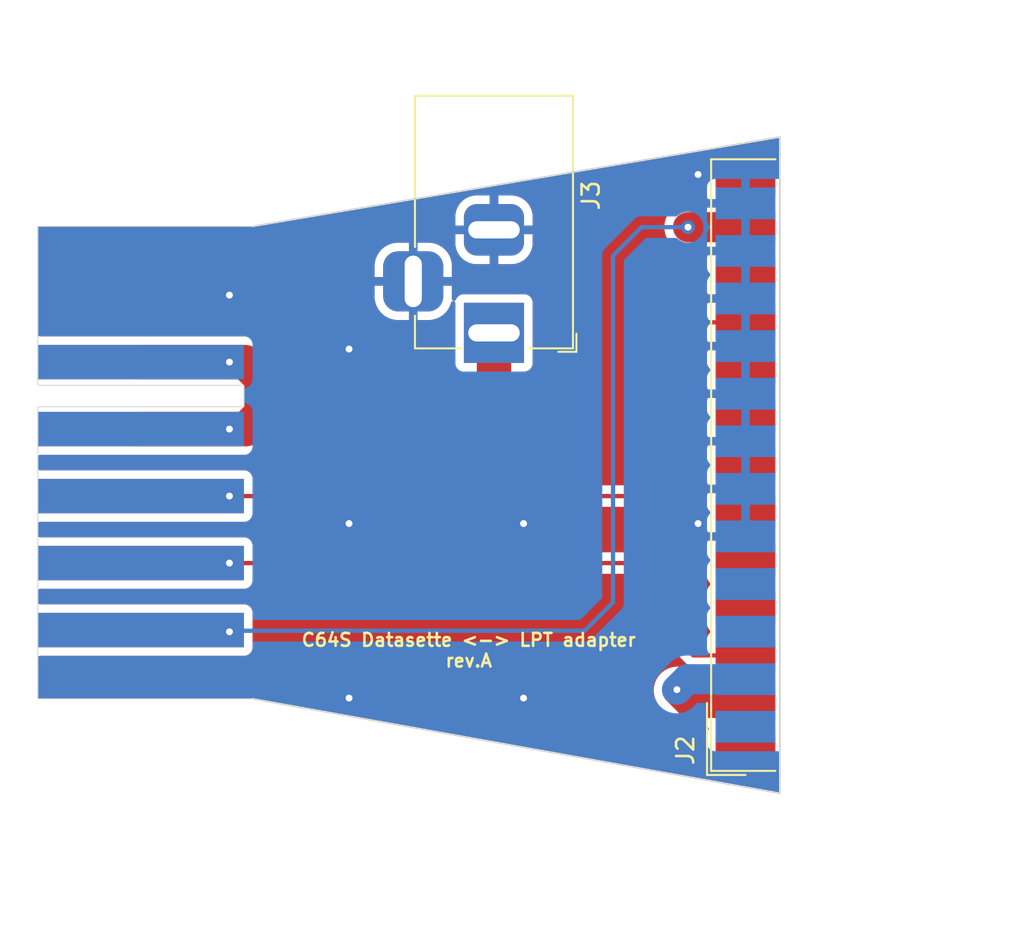
<source format=kicad_pcb>
(kicad_pcb (version 20221018) (generator pcbnew)
  (layers (0 "F.Cu" signal) (31 "B.Cu" signal) (34 "B.Paste" user) (35 "F.Paste" user) (36 "B.SilkS" user "B.Silkscreen") (37 "F.SilkS" user "F.Silkscreen") (38 "B.Mask" user) (39 "F.Mask" user) (44 "Edge.Cuts" user))
  (net 0 "")
  (net 2 "Net-(J1-Read)")
  (net 9 "Net-(J1-Write)")
  (net 11 "Net-(J1-Sense)")
  (net 16 "GND")
  (net 17 "+5V")
  (net 18 "Net-(J2-P15)")
  (footprint "Connector_Dsub:DSUB-25_Male_EdgeMount_P2.77mm" (layer "F.Cu") (at 165.0425 97.895 90)
    (fp_text reference "J2" (at -16.605 -3.5 90) (layer "F.SilkS"))
    (fp_text value "DB25_Plug" hide)
    (fp_line (start -18.043333 -2.24) (end -13.85 -2.24) (stroke (width 0.12)) (layer "F.SilkS"))
    (fp_line (start -18.043333 0) (end -18.043333 -2.24) (stroke (width 0.12)) (layer "F.SilkS"))
    (fp_line (start -17.803333 -2) (end -17.803333 1.74) (stroke (width 0.12)) (layer "F.SilkS"))
    (fp_line (start 17.803333 -2) (end -17.803333 -2) (stroke (width 0.12)) (layer "F.SilkS"))
    (fp_line (start 17.803333 1.74) (end 17.803333 -2) (stroke (width 0.12)) (layer "F.SilkS"))
    (pad "1" smd rect (at -16.62 0 90) (size 1.846667 3.48) (layers "F.Cu" "F.Paste" "F.Mask"))
    (pad "2" smd rect (at -13.85 0 90) (size 1.846667 3.48) (layers "F.Cu" "F.Paste" "F.Mask") (net 18 "Net-(J2-P15)"))
    (pad "3" smd rect (at -11.08 0 90) (size 1.846667 3.48) (layers "F.Cu" "F.Paste" "F.Mask") (net 9 "Net-(J1-Write)"))
    (pad "4" smd rect (at -8.31 0 90) (size 1.846667 3.48) (layers "F.Cu" "F.Paste" "F.Mask"))
    (pad "5" smd rect (at -5.54 0 90) (size 1.846667 3.48) (layers "F.Cu" "F.Paste" "F.Mask"))
    (pad "6" smd rect (at -2.77 0 90) (size 1.846667 3.48) (layers "F.Cu" "F.Paste" "F.Mask"))
    (pad "7" smd rect (at 0 0 90) (size 1.846667 3.48) (layers "F.Cu" "F.Paste" "F.Mask"))
    (pad "8" smd rect (at 2.77 0 90) (size 1.846667 3.48) (layers "F.Cu" "F.Paste" "F.Mask"))
    (pad "9" smd rect (at 5.54 0 90) (size 1.846667 3.48) (layers "F.Cu" "F.Paste" "F.Mask"))
    (pad "10" smd rect (at 8.31 0 90) (size 1.846667 3.48) (layers "F.Cu" "F.Paste" "F.Mask") (net 2 "Net-(J1-Read)"))
    (pad "11" smd rect (at 11.08 0 90) (size 1.846667 3.48) (layers "F.Cu" "F.Paste" "F.Mask"))
    (pad "12" smd rect (at 13.85 0 90) (size 1.846667 3.48) (layers "F.Cu" "F.Paste" "F.Mask") (net 11 "Net-(J1-Sense)"))
    (pad "13" smd rect (at 16.62 0 90) (size 1.846667 3.48) (layers "F.Cu" "F.Paste" "F.Mask"))
    (pad "14" smd rect (at -15.235 0 90) (size 1.846667 3.48) (layers "B.Cu" "B.Paste" "B.Mask"))
    (pad "15" smd rect (at -12.465 0 90) (size 1.846667 3.48) (layers "B.Cu" "B.Paste" "B.Mask") (net 18 "Net-(J2-P15)"))
    (pad "16" smd rect (at -9.695 0 90) (size 1.846667 3.48) (layers "B.Cu" "B.Paste" "B.Mask"))
    (pad "17" smd rect (at -6.925 0 90) (size 1.846667 3.48) (layers "B.Cu" "B.Paste" "B.Mask"))
    (pad "18" smd rect (at -4.155 0 90) (size 1.846667 3.48) (layers "B.Cu" "B.Paste" "B.Mask") (net 16 "GND"))
    (pad "19" smd rect (at -1.385 0 90) (size 1.846667 3.48) (layers "B.Cu" "B.Paste" "B.Mask") (net 16 "GND"))
    (pad "20" smd rect (at 1.385 0 90) (size 1.846667 3.48) (layers "B.Cu" "B.Paste" "B.Mask") (net 16 "GND"))
    (pad "21" smd rect (at 4.155 0 90) (size 1.846667 3.48) (layers "B.Cu" "B.Paste" "B.Mask") (net 16 "GND"))
    (pad "22" smd rect (at 6.925 0 90) (size 1.846667 3.48) (layers "B.Cu" "B.Paste" "B.Mask") (net 16 "GND"))
    (pad "23" smd rect (at 9.695 0 90) (size 1.846667 3.48) (layers "B.Cu" "B.Paste" "B.Mask") (net 16 "GND"))
    (pad "24" smd rect (at 12.465 0 90) (size 1.846667 3.48) (layers "B.Cu" "B.Paste" "B.Mask") (net 16 "GND"))
    (pad "25" smd rect (at 15.235 0 90) (size 1.846667 3.48) (layers "B.Cu" "B.Paste" "B.Mask") (net 16 "GND"))
  )
  (footprint "Connector_BarrelJack:BarrelJack_Horizontal" (layer "F.Cu") (at 150.4 90.2 -90)
    (fp_text reference "J3" (at -8 -5.6425 90) (layer "F.SilkS"))
    (fp_text value "Barrel_Jack_Switch" hide)
    (fp_line (start -13.8 -4.6) (end 0.9 -4.6) (stroke (width 0.12)) (layer "F.SilkS"))
    (fp_line (start -13.8 4.6) (end -13.8 -4.6) (stroke (width 0.12)) (layer "F.SilkS"))
    (fp_line (start -5 4.6) (end -13.8 4.6) (stroke (width 0.12)) (layer "F.SilkS"))
    (fp_line (start 0.05 -4.8) (end 1.1 -4.8) (stroke (width 0.12)) (layer "F.SilkS"))
    (fp_line (start 0.9 -4.6) (end 0.9 -2) (stroke (width 0.12)) (layer "F.SilkS"))
    (fp_line (start 0.9 1.9) (end 0.9 4.6) (stroke (width 0.12)) (layer "F.SilkS"))
    (fp_line (start 0.9 4.6) (end -1 4.6) (stroke (width 0.12)) (layer "F.SilkS"))
    (fp_line (start 1.1 -3.75) (end 1.1 -4.8) (stroke (width 0.12)) (layer "F.SilkS"))
    (pad "1" thru_hole rect (at 0 0 270) (size 3.5 3.5) (drill oval 1 3) (layers "*.Cu" "*.Mask") (net 17 "+5V"))
    (pad "2" thru_hole roundrect (at -6 0 270) (size 3 3.5) (drill oval 1 3) (layers "*.Cu" "*.Mask") (net 16 "GND"))
    (pad "3" thru_hole roundrect (at -3 4.7 270) (size 3.5 3.5) (drill oval 3 1) (layers "*.Cu" "*.Mask") (net 16 "GND"))
  )
  (footprint "C64_Datasette_Connector:C64_Datasette_Connector" (layer "B.Cu") (at 123.8425 84 -90)
    (fp_text reference "J1" hide)
    (fp_text value "DATASETTE PORT" hide)
    (fp_line (start 0 -12.5) (end 0 0) (stroke (width 0.05)) (layer "Edge.Cuts"))
    (fp_line (start 0 0) (end 9.25 0) (stroke (width 0.05)) (layer "Edge.Cuts"))
    (fp_line (start 9.25 -12) (end 10.5 -12) (stroke (width 0.05)) (layer "Edge.Cuts"))
    (fp_line (start 9.25 -7.5) (end 9.25 -12) (stroke (width 0.05)) (layer "Edge.Cuts"))
    (fp_line (start 9.25 0) (end 9.25 -7.5) (stroke (width 0.05)) (layer "Edge.Cuts"))
    (fp_line (start 10.5 -7.5) (end 10.5 -12) (stroke (width 0.05)) (layer "Edge.Cuts"))
    (fp_line (start 10.5 -7.5) (end 10.5 0) (stroke (width 0.05)) (layer "Edge.Cuts"))
    (fp_line (start 10.5 0) (end 27.5 0) (stroke (width 0.05)) (layer "Edge.Cuts"))
    (fp_line (start 27.5 0) (end 27.5 -12.5) (stroke (width 0.05)) (layer "Edge.Cuts"))
    (pad "1" connect rect (at 4 -6 270) (size 2 12) (layers "*.Mask" "F.Cu") (net 16 "GND"))
    (pad "1" connect rect (at 4 -6 90) (size 2 12) (layers "*.Mask" "F.Cu") (net 16 "GND"))
    (pad "2" connect rect (at 7.9 -6 90) (size 2 12) (layers "*.Mask" "F.Cu") (net 17 "+5V"))
    (pad "2" connect rect (at 7.9 -6 270) (size 2 12) (layers "*.Mask" "B.Cu") (net 17 "+5V"))
    (pad "3" connect rect (at 11.8 -6 90) (size 2 12) (layers "*.Mask" "F.Cu") (net 17 "+5V"))
    (pad "3" connect rect (at 11.8 -6 270) (size 2 12) (layers "*.Mask" "B.Cu") (net 17 "+5V"))
    (pad "4" connect rect (at 15.7 -6 90) (size 2 12) (layers "*.Mask" "F.Cu") (net 2 "Net-(J1-Read)"))
    (pad "4" connect rect (at 15.7 -6 270) (size 2 12) (layers "*.Mask" "B.Cu") (net 2 "Net-(J1-Read)"))
    (pad "5" connect rect (at 19.6 -6 90) (size 2 12) (layers "*.Mask" "F.Cu") (net 9 "Net-(J1-Write)"))
    (pad "5" connect rect (at 19.6 -6 270) (size 2 12) (layers "*.Mask" "B.Cu") (net 9 "Net-(J1-Write)"))
    (pad "6" connect rect (at 23.5 -6 90) (size 2 12) (layers "*.Mask" "F.Cu") (net 11 "Net-(J1-Sense)"))
    (pad "6" connect rect (at 23.5 -6 270) (size 2 12) (layers "*.Mask" "B.Cu") (net 11 "Net-(J1-Sense)"))
  )
  (footprint "LOGO" (layer "B.Cu") (at 147 99.7 180)
    (fp_text reference "G***" hide)
    (fp_text value "LOGO" hide)
  )
  (gr_line (start 167.0425 117) (end 167.0425 78.8) (stroke (width 0.1)) (layer "Edge.Cuts"))
  (gr_line (start 136.3425 111.5) (end 167.0425 117) (stroke (width 0.1)) (layer "Edge.Cuts"))
  (gr_line (start 167.0425 78.8) (end 136.3425 84) (stroke (width 0.1)) (layer "Edge.Cuts"))
  (gr_text "C64S Datasette <-> LPT adapter\nrev.A" (at 148.93 108.68) (layer "F.SilkS") (effects (font (size 0.75 0.75))))
  (segment (start 162.485 89.585) (end 160.97 91.1) (width 0.25) (layer "F.Cu") (net 2))
  (segment (start 165.0425 89.585) (end 162.485 89.585) (width 0.25) (layer "F.Cu") (net 2))
  (segment (start 159.43 99.7) (end 129.8425 99.7) (width 0.25) (layer "F.Cu") (net 2))
  (segment (start 160.97 91.1) (end 160.97 98.16) (width 0.25) (layer "F.Cu") (net 2))
  (segment (start 160.97 98.16) (end 159.43 99.7) (width 0.25) (layer "F.Cu") (net 2))
  (via (at 135 99.7) (size 0.8) (drill 0.4) (layers "F.Cu" "B.Cu") (net 2))
  (segment (start 159.37 103.6) (end 129.8425 103.6) (width 0.25) (layer "F.Cu") (net 9))
  (segment (start 160.91 107.88) (end 160.91 105.14) (width 0.25) (layer "F.Cu") (net 9))
  (segment (start 160.91 105.14) (end 159.37 103.6) (width 0.25) (layer "F.Cu") (net 9))
  (segment (start 165.0425 108.975) (end 162.005 108.975) (width 0.25) (layer "F.Cu") (net 9))
  (segment (start 162.005 108.975) (end 160.91 107.88) (width 0.25) (layer "F.Cu") (net 9))
  (via (at 135 103.6) (size 0.8) (drill 0.4) (layers "F.Cu" "B.Cu") (net 9))
  (segment (start 161.695 84.045) (end 165.0425 84.045) (width 1.75) (layer "F.Cu") (net 11))
  (via (at 161.695 84.045) (size 0.8) (drill 0.4) (layers "F.Cu" "B.Cu") (net 11))
  (via (at 135 107.6) (size 0.8) (drill 0.4) (layers "F.Cu" "B.Cu") (net 11))
  (segment (start 157.33 85.71) (end 158.995 84.045) (width 0.25) (layer "B.Cu") (net 11))
  (segment (start 157.33 105.89) (end 157.33 85.71) (width 0.25) (layer "B.Cu") (net 11))
  (segment (start 129.8425 107.5) (end 129.8825 107.54) (width 0.25) (layer "B.Cu") (net 11))
  (segment (start 155.68 107.54) (end 157.33 105.89) (width 0.25) (layer "B.Cu") (net 11))
  (segment (start 129.8825 107.54) (end 155.68 107.54) (width 0.25) (layer "B.Cu") (net 11))
  (segment (start 158.995 84.045) (end 161.695 84.045) (width 0.25) (layer "B.Cu") (net 11))
  (via (at 141.9625 91.14) (size 0.8) (drill 0.4) (layers "F.Cu" "B.Cu") (net 16))
  (via (at 141.9625 111.46) (size 0.8) (drill 0.4) (layers "F.Cu" "B.Cu") (net 16))
  (via (at 141.9625 101.3) (size 0.8) (drill 0.4) (layers "F.Cu" "B.Cu") (net 16))
  (via (at 162.2825 101.3) (size 0.8) (drill 0.4) (layers "F.Cu" "B.Cu") (net 16))
  (via (at 152.1225 111.46) (size 0.8) (drill 0.4) (layers "F.Cu" "B.Cu") (net 16))
  (via (at 152.1225 101.3) (size 0.8) (drill 0.4) (layers "F.Cu" "B.Cu") (net 16))
  (via (at 135 88) (size 0.8) (drill 0.4) (layers "F.Cu" "B.Cu") (net 16))
  (via (at 162.2825 80.98) (size 0.8) (drill 0.4) (layers "F.Cu" "B.Cu") (net 16))
  (segment (start 150.4 93.2) (end 149.7 93.9) (width 2) (layer "F.Cu") (net 17))
  (segment (start 136.8425 94.914214) (end 136.8425 93.9) (width 2) (layer "F.Cu") (net 17))
  (segment (start 135.956714 95.8) (end 136.8425 94.914214) (width 2) (layer "F.Cu") (net 17))
  (segment (start 150.4 91) (end 150.4 93.2) (width 2) (layer "F.Cu") (net 17))
  (segment (start 129.8425 95.8) (end 135.956714 95.8) (width 2) (layer "F.Cu") (net 17))
  (segment (start 135.906714 91.9) (end 129.8425 91.9) (width 2) (layer "F.Cu") (net 17))
  (segment (start 136.8425 92.835786) (end 135.906714 91.9) (width 2) (layer "F.Cu") (net 17))
  (segment (start 136.8425 93.9) (end 136.8425 92.835786) (width 2) (layer "F.Cu") (net 17))
  (segment (start 149.7 93.9) (end 136.8425 93.9) (width 2) (layer "F.Cu") (net 17))
  (via (at 135 91.9) (size 0.8) (drill 0.4) (layers "F.Cu" "B.Cu") (net 17))
  (via (at 135 95.8) (size 0.8) (drill 0.4) (layers "F.Cu" "B.Cu") (net 17))
  (segment (start 161.815 111.745) (end 165.0425 111.745) (width 1.75) (layer "F.Cu") (net 18))
  (segment (start 161.08 111.01) (end 161.815 111.745) (width 1.75) (layer "F.Cu") (net 18))
  (via (at 161.05 110.97) (size 0.8) (drill 0.4) (layers "F.Cu" "B.Cu") (net 18))
  (segment (start 161.66 110.36) (end 165.0425 110.36) (width 1.75) (layer "B.Cu") (net 18))
  (segment (start 161.05 110.97) (end 161.66 110.36) (width 1.75) (layer "B.Cu") (net 18))
  (zone (net 16) (net_name "GND") (layers "F&B.Cu") (connect_pads (clearance 0.5)) (min_thickness 0.25) (fill yes (thermal_gap 0.5) (thermal_bridge_width 0.5))
    (polygon (pts (xy 169.0425 117.5) (xy 121.9425 117.4) (xy 121.6425 78.1) (xy 168.9425 78)))
  )
)
</source>
